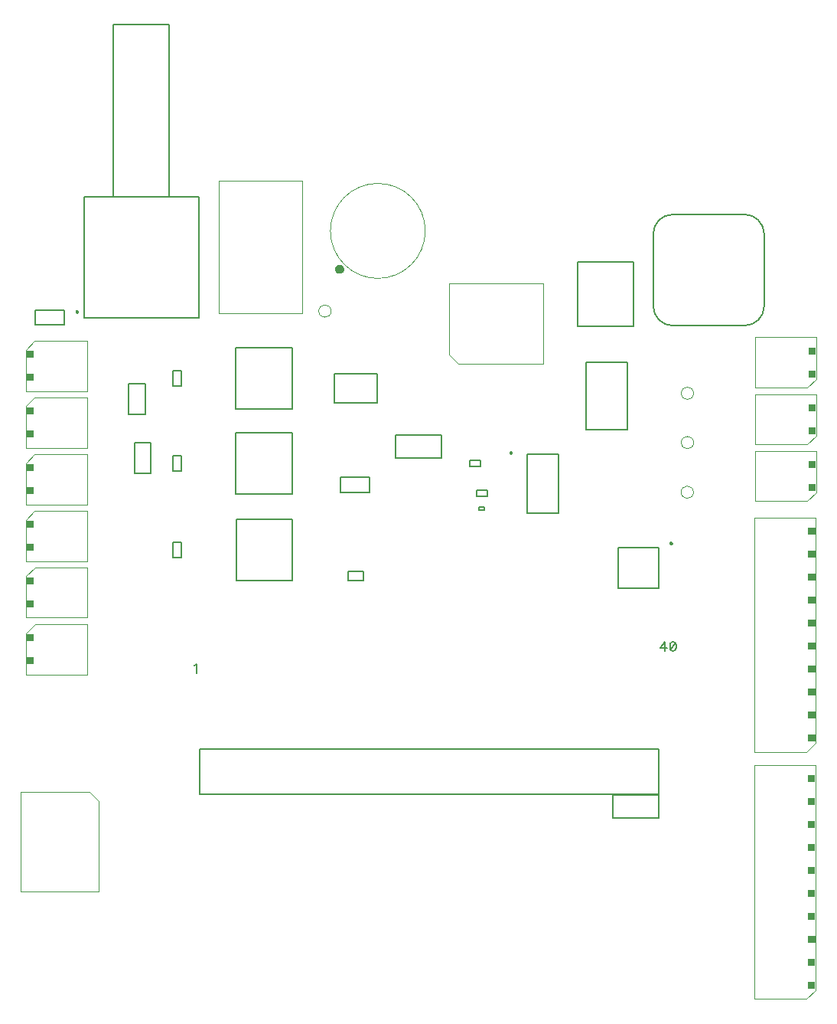
<source format=gbr>
G04 DipTrace 4.3.0.5*
G04 TopAssembly.gbr*
%MOIN*%
G04 #@! TF.FileFunction,Drawing,Top*
G04 #@! TF.Part,Single*
%ADD13C,0.004724*%
%ADD26C,0.005*%
%ADD160C,0.006176*%
%FSLAX26Y26*%
G04*
G70*
G90*
G75*
G01*
G04 TopAssy*
%LPD*%
X1749507Y3838690D2*
D13*
G02X1749507Y3838690I206693J0D01*
G01*
G36*
X1789445Y3652250D2*
X1786876Y3652418D1*
X1784351Y3652921D1*
X1781912Y3653748D1*
X1779603Y3654887D1*
X1777462Y3656318D1*
X1775526Y3658015D1*
X1773828Y3659951D1*
X1772398Y3662092D1*
X1771259Y3664402D1*
X1770431Y3666840D1*
X1769929Y3669365D1*
X1769760Y3671935D1*
X1769929Y3674504D1*
X1770431Y3677030D1*
X1771259Y3679468D1*
X1772398Y3681777D1*
X1773828Y3683918D1*
X1775526Y3685854D1*
X1777462Y3687552D1*
X1779603Y3688983D1*
X1781912Y3690122D1*
X1784351Y3690949D1*
X1786876Y3691452D1*
X1789445Y3691620D1*
D1*
X1792015Y3691452D1*
X1794540Y3690949D1*
X1796979Y3690122D1*
X1799288Y3688983D1*
X1801429Y3687552D1*
X1803365Y3685854D1*
X1805063Y3683918D1*
X1806493Y3681777D1*
X1807632Y3679468D1*
X1808460Y3677030D1*
X1808962Y3674504D1*
X1809130Y3671935D1*
X1808962Y3669365D1*
X1808460Y3666840D1*
X1807632Y3664402D1*
X1806493Y3662092D1*
X1805063Y3659951D1*
X1803365Y3658015D1*
X1801429Y3656318D1*
X1799288Y3654887D1*
X1796979Y3653748D1*
X1794540Y3652921D1*
X1792015Y3652418D1*
X1789445Y3652250D1*
D1*
G37*
X3041891Y3267680D2*
D26*
X3041897Y2972404D1*
X2864725Y3267676D2*
X2864732Y2972400D1*
X3041891Y3267680D2*
X2864725Y3267676D1*
X3041897Y2972404D2*
X2864732Y2972400D1*
X2357430Y2840522D2*
X2402312D1*
X2357430Y2814537D2*
X2402312D1*
X2357430Y2840522D2*
Y2814537D1*
X2402312Y2840522D2*
Y2814537D1*
X2396002Y2636319D2*
X2421199D1*
X2396002Y2623721D2*
X2421199D1*
X2396002Y2636319D2*
Y2623721D1*
X2421199Y2636319D2*
Y2623721D1*
X2387529Y2710623D2*
X2432411D1*
X2387529Y2684638D2*
X2432411D1*
X2387529Y2710623D2*
Y2684638D1*
X2432411Y2710623D2*
Y2684638D1*
X2828182Y3704144D2*
X3068339D1*
Y3424616D1*
X2828182D1*
Y3704144D1*
X463279Y3494346D2*
Y3431354D1*
X589263D1*
Y3494346D1*
X463279D1*
X871553Y3039939D2*
X871550Y3173798D1*
X941632Y3039941D2*
X941629Y3173799D1*
X871553Y3039939D2*
X941632Y3039941D1*
X871550Y3173798D2*
X941629Y3173799D1*
X895483Y2783400D2*
X895479Y2917258D1*
X965561Y2783402D2*
X965558Y2917260D1*
X895483Y2783400D2*
X965561Y2783402D1*
X895479Y2917258D2*
X965558Y2917260D1*
X689740Y3360907D2*
D13*
X689765Y3141222D1*
X422048Y3141193D1*
X422028Y3321508D1*
X461394Y3360882D1*
X689740Y3360907D1*
G36*
X455644Y3316733D2*
X424134Y3316730D1*
X424137Y3285344D1*
X455648Y3285347D1*
X455644Y3316733D1*
G37*
G36*
X455655Y3216817D2*
X424145Y3216814D1*
X424148Y3185319D1*
X455659Y3185322D1*
X455655Y3216817D1*
G37*
X689667Y3114632D2*
D13*
Y2894947D1*
X421951D1*
Y3075262D1*
X461321Y3114632D1*
X689667D1*
G36*
X455566Y3070483D2*
X424056D1*
Y3039098D1*
X455566D1*
Y3070483D1*
G37*
G36*
Y2970567D2*
X424056D1*
Y2939073D1*
X455566D1*
Y2970567D1*
G37*
X689677Y2867886D2*
D13*
X689702Y2648201D1*
X421985Y2648172D1*
X421965Y2828487D1*
X461331Y2867861D1*
X689677Y2867886D1*
G36*
X455581Y2823712D2*
X424071Y2823709D1*
X424074Y2792323D1*
X455585Y2792326D1*
X455581Y2823712D1*
G37*
G36*
X455592Y2723796D2*
X424082Y2723793D1*
X424085Y2692298D1*
X455596Y2692301D1*
X455592Y2723796D1*
G37*
X3598914Y3155617D2*
D13*
Y3375302D1*
X3866630D1*
Y3194987D1*
X3827260Y3155617D1*
X3598914D1*
G36*
X3833015Y3199766D2*
X3864525D1*
Y3231151D1*
X3833015D1*
Y3199766D1*
G37*
G36*
Y3299682D2*
X3864525D1*
Y3331176D1*
X3833015D1*
Y3299682D1*
G37*
X3599125Y2908856D2*
D13*
Y3128541D1*
X3866842D1*
Y2948226D1*
X3827472Y2908856D1*
X3599125D1*
G36*
X3833226Y2953004D2*
X3864737D1*
Y2984390D1*
X3833226D1*
Y2953004D1*
G37*
G36*
Y3052920D2*
X3864737D1*
Y3084415D1*
X3833226D1*
Y3052920D1*
G37*
X3598724Y2662087D2*
D13*
Y2881772D1*
X3866440D1*
Y2701457D1*
X3827070Y2662087D1*
X3598724D1*
G36*
X3832825Y2706235D2*
X3864335D1*
Y2737621D1*
X3832825D1*
Y2706235D1*
G37*
G36*
Y2806151D2*
X3864335D1*
Y2837646D1*
X3832825D1*
Y2806151D1*
G37*
X689356Y2621041D2*
D13*
Y2401356D1*
X421640D1*
Y2581671D1*
X461010Y2621041D1*
X689356D1*
G36*
X455255Y2576893D2*
X423745D1*
Y2545507D1*
X455255D1*
Y2576893D1*
G37*
G36*
Y2476977D2*
X423745D1*
Y2445482D1*
X455255D1*
Y2476977D1*
G37*
X690148Y2374911D2*
D13*
Y2155226D1*
X422431D1*
Y2335541D1*
X461801Y2374911D1*
X690148D1*
G36*
X456046Y2330763D2*
X424536D1*
Y2299377D1*
X456046D1*
Y2330763D1*
G37*
G36*
Y2230847D2*
X424536D1*
Y2199352D1*
X456046D1*
Y2230847D1*
G37*
X689956Y2127511D2*
D13*
Y1907826D1*
X422239D1*
Y2088141D1*
X461609Y2127511D1*
X689956D1*
G36*
X455855Y2083363D2*
X424344D1*
Y2051977D1*
X455855D1*
Y2083363D1*
G37*
G36*
Y1983447D2*
X424344D1*
Y1951952D1*
X455855D1*
Y1983447D1*
G37*
X1625323Y4057596D2*
D13*
X1263119D1*
Y3478856D1*
X1625323D1*
Y4057596D1*
X1178280Y1385504D2*
D26*
Y1583536D1*
X3178280D1*
Y1385504D1*
X1178280D1*
X399094Y1397718D2*
D13*
X700669D1*
X740039Y1358348D1*
Y963860D1*
X399094D1*
Y1397718D1*
X2978262Y1284460D2*
D26*
Y1384460D1*
X3178262D1*
Y1284460D1*
X2978262D1*
X3596344Y1571777D2*
D13*
Y2591462D1*
X3864062D1*
Y1611148D1*
X3824692Y1571777D1*
X3596344D1*
G36*
X3830444Y2515844D2*
X3861955D1*
Y2547304D1*
X3830444D1*
Y2515844D1*
G37*
G36*
Y2415865D2*
X3861955D1*
Y2447427D1*
X3830444D1*
Y2415865D1*
G37*
G36*
Y2315888D2*
X3861955D1*
Y2347347D1*
X3830444D1*
Y2315888D1*
G37*
G36*
Y2215909D2*
X3861955D1*
Y2247267D1*
X3830444D1*
Y2215909D1*
G37*
G36*
Y2115930D2*
X3861955D1*
Y2147390D1*
X3830444D1*
Y2115930D1*
G37*
G36*
Y2015850D2*
X3861955D1*
Y2047310D1*
X3830444D1*
Y2015850D1*
G37*
G36*
Y1915973D2*
X3861955D1*
Y1947434D1*
X3830444D1*
Y1915973D1*
G37*
G36*
X3830838Y1816287D2*
X3862348D1*
Y1847746D1*
X3830838D1*
Y1816287D1*
G37*
G36*
X3830444Y1715813D2*
X3861955D1*
Y1747375D1*
X3830444D1*
Y1715813D1*
G37*
G36*
Y1615936D2*
X3861955D1*
Y1647294D1*
X3830444D1*
Y1615936D1*
G37*
X3595894Y495407D2*
D13*
Y1515092D1*
X3863612D1*
Y534777D1*
X3824242Y495407D1*
X3595894D1*
G36*
X3829994Y1439474D2*
X3861504D1*
Y1470934D1*
X3829994D1*
Y1439474D1*
G37*
G36*
Y1339495D2*
X3861504D1*
Y1371057D1*
X3829994D1*
Y1339495D1*
G37*
G36*
Y1239518D2*
X3861504D1*
Y1270977D1*
X3829994D1*
Y1239518D1*
G37*
G36*
Y1139539D2*
X3861504D1*
Y1170897D1*
X3829994D1*
Y1139539D1*
G37*
G36*
Y1039560D2*
X3861504D1*
Y1071020D1*
X3829994D1*
Y1039560D1*
G37*
G36*
Y939480D2*
X3861504D1*
Y970940D1*
X3829994D1*
Y939480D1*
G37*
G36*
Y839603D2*
X3861504D1*
Y871064D1*
X3829994D1*
Y839603D1*
G37*
G36*
X3830388Y739917D2*
X3861898D1*
Y771376D1*
X3830388D1*
Y739917D1*
G37*
G36*
X3829994Y639443D2*
X3861504D1*
Y671004D1*
X3829994D1*
Y639443D1*
G37*
G36*
Y539566D2*
X3861504D1*
Y570924D1*
X3829994D1*
Y539566D1*
G37*
X2031691Y2850499D2*
D26*
Y2950499D1*
X2231691D1*
Y2850499D1*
X2031691D1*
X3241959Y3910575D2*
X3552982D1*
X3639596Y3823961D2*
Y3512938D1*
X3552982Y3426323D2*
X3241959D1*
X3155344Y3512938D2*
Y3823961D1*
G02X3241959Y3910575I86610J4D01*
G01*
X3552982D2*
G02X3639596Y3823961I4J-86610D01*
G01*
Y3512938D2*
G02X3552982Y3426323I-86610J-4D01*
G01*
X3241959D2*
G02X3155344Y3512938I-4J86610D01*
G01*
X1337829Y3063291D2*
Y3331007D1*
X1582710D1*
Y3063291D1*
X1337829D2*
X1582710D1*
X1337598Y2693271D2*
Y2960987D1*
X1582480D1*
Y2693271D1*
X1337598D2*
X1582480D1*
X1338348Y2317461D2*
Y2585178D1*
X1583230D1*
Y2317461D1*
X1338348D2*
X1583230D1*
X1952633Y3215691D2*
X1952646Y3089707D1*
X1767594Y3215672D2*
X1767607Y3089688D1*
X1952633Y3215691D2*
X1767594Y3215672D1*
X1952646Y3089707D2*
X1767607Y3089688D1*
X1919632Y2701136D2*
X1793648D1*
X1919632Y2768065D2*
X1793648D1*
X1919632Y2701136D2*
Y2768065D1*
X1793648Y2701136D2*
Y2768065D1*
X1894365Y2318022D2*
X1827436D1*
X1894365Y2355817D2*
X1827436D1*
X1894365Y2318022D2*
Y2355817D1*
X1827436Y2318022D2*
Y2355817D1*
X1099884Y3230846D2*
X1099891Y3163917D1*
X1062089Y3230842D2*
X1062096Y3163913D1*
X1099884Y3230846D2*
X1062089Y3230842D1*
X1099891Y3163917D2*
X1062096Y3163913D1*
X1099728Y2860785D2*
Y2793856D1*
X1061932Y2860785D2*
Y2793856D1*
X1099728Y2860785D2*
X1061932D1*
X1099728Y2793856D2*
X1061932D1*
X1099717Y2484606D2*
Y2417676D1*
X1061922Y2484606D2*
Y2417676D1*
X1099717Y2484606D2*
X1061922D1*
X1099717Y2417676D2*
X1061922D1*
X675730Y3460739D2*
X1175730D1*
Y3985739D1*
X1047187D1*
X804273D1*
X675730D1*
Y3460739D1*
X804273Y3985739D2*
Y4736133D1*
X1047187D1*
Y3985739D1*
G36*
X646203Y3477865D2*
X645175Y3477933D1*
X644165Y3478134D1*
X643189Y3478465D1*
X642266Y3478920D1*
X641409Y3479492D1*
X640635Y3480172D1*
X639956Y3480946D1*
X639384Y3481802D1*
X638928Y3482726D1*
X638597Y3483701D1*
X638396Y3484712D1*
X638329Y3485739D1*
X638396Y3486767D1*
X638597Y3487777D1*
X638928Y3488753D1*
X639384Y3489676D1*
X639956Y3490533D1*
X640635Y3491307D1*
X641409Y3491986D1*
X642266Y3492558D1*
X643189Y3493014D1*
X644165Y3493345D1*
X645175Y3493546D1*
X646203Y3493613D1*
D1*
X647230Y3493546D1*
X648241Y3493345D1*
X649216Y3493014D1*
X650140Y3492558D1*
X650996Y3491986D1*
X651770Y3491307D1*
X652449Y3490533D1*
X653022Y3489676D1*
X653477Y3488753D1*
X653808Y3487777D1*
X654009Y3486767D1*
X654077Y3485739D1*
X654009Y3484712D1*
X653808Y3483701D1*
X653477Y3482726D1*
X653022Y3481802D1*
X652450Y3480946D1*
X651770Y3480172D1*
X650996Y3479492D1*
X650140Y3478920D1*
X649216Y3478465D1*
X648241Y3478134D1*
X647230Y3477933D1*
X646203Y3477865D1*
D1*
G37*
G36*
X3226409Y2478220D2*
X3226476Y2479247D1*
X3226677Y2480258D1*
X3227008Y2481233D1*
X3227464Y2482157D1*
X3228036Y2483013D1*
X3228715Y2483787D1*
X3229489Y2484467D1*
X3230346Y2485039D1*
X3231269Y2485494D1*
X3232245Y2485825D1*
X3233255Y2486026D1*
X3234283Y2486094D1*
X3235310Y2486026D1*
X3236321Y2485825D1*
X3237296Y2485494D1*
X3238220Y2485039D1*
X3239076Y2484467D1*
X3239850Y2483787D1*
X3240530Y2483013D1*
X3241102Y2482157D1*
X3241557Y2481233D1*
X3241888Y2480258D1*
X3242089Y2479247D1*
X3242157Y2478220D1*
D1*
X3242089Y2477192D1*
X3241888Y2476182D1*
X3241557Y2475206D1*
X3241102Y2474283D1*
X3240530Y2473426D1*
X3239850Y2472652D1*
X3239076Y2471973D1*
X3238220Y2471401D1*
X3237296Y2470945D1*
X3236321Y2470614D1*
X3235310Y2470413D1*
X3234283Y2470346D1*
X3233255Y2470413D1*
X3232245Y2470614D1*
X3231269Y2470945D1*
X3230346Y2471401D1*
X3229489Y2471973D1*
X3228715Y2472652D1*
X3228036Y2473426D1*
X3227464Y2474283D1*
X3227008Y2475206D1*
X3226677Y2476182D1*
X3226476Y2477192D1*
X3226409Y2478220D1*
D1*
G37*
X3181133Y2460503D2*
D26*
X3003968D1*
X3181133D2*
Y2283338D1*
X3003968D2*
X3181133D1*
X3003968D2*
Y2460503D1*
X1698729Y3489480D2*
D13*
G02X1698729Y3489480I26772J0D01*
G01*
X3278049Y3131760D2*
G02X3278049Y3131760I26772J0D01*
G01*
X3277659Y2701369D2*
G02X3277659Y2701369I26772J0D01*
G01*
X3278279Y2917220D2*
G02X3278279Y2917220I26772J0D01*
G01*
X2267329Y3609648D2*
X2677565Y3609707D1*
X2677616Y3259707D1*
X2306749Y3259654D1*
X2267374Y3299018D1*
X2267329Y3609648D1*
X2605302Y2866053D2*
D26*
Y2610148D1*
X2743098D1*
Y2866053D1*
X2605302D1*
G36*
X2528531Y2871959D2*
X2528598Y2872986D1*
X2528799Y2873996D1*
X2529130Y2874972D1*
X2529586Y2875896D1*
X2530158Y2876752D1*
X2530837Y2877526D1*
X2531611Y2878205D1*
X2532468Y2878778D1*
X2533391Y2879233D1*
X2534367Y2879564D1*
X2535377Y2879765D1*
X2536405Y2879833D1*
X2537432Y2879765D1*
X2538443Y2879564D1*
X2539418Y2879233D1*
X2540342Y2878778D1*
X2541198Y2878205D1*
X2541972Y2877526D1*
X2542652Y2876752D1*
X2543224Y2875896D1*
X2543679Y2874972D1*
X2544010Y2873996D1*
X2544211Y2872986D1*
X2544279Y2871959D1*
D1*
X2544211Y2870931D1*
X2544010Y2869921D1*
X2543679Y2868945D1*
X2543224Y2868022D1*
X2542652Y2867165D1*
X2541972Y2866391D1*
X2541198Y2865712D1*
X2540342Y2865139D1*
X2539418Y2864684D1*
X2538443Y2864353D1*
X2537432Y2864152D1*
X2536405Y2864085D1*
X2535377Y2864152D1*
X2534367Y2864353D1*
X2533391Y2864684D1*
X2532468Y2865139D1*
X2531611Y2865712D1*
X2530837Y2866391D1*
X2530158Y2867165D1*
X2529586Y2868022D1*
X2529130Y2868945D1*
X2528799Y2869921D1*
X2528598Y2870931D1*
X2528531Y2871959D1*
D1*
G37*
X1156629Y1946725D2*
D160*
X1160476Y1948671D1*
X1166224Y1954375D1*
Y1914227D1*
X3207074Y2010290D2*
Y2050438D1*
X3187928Y2023687D1*
X3216624D1*
X3240472Y2050438D2*
X3234724Y2048536D1*
X3230877Y2042788D1*
X3228976Y2033238D1*
Y2027490D1*
X3230877Y2017939D1*
X3234724Y2012191D1*
X3240472Y2010290D1*
X3244274D1*
X3250022Y2012191D1*
X3253825Y2017939D1*
X3255770Y2027490D1*
Y2033238D1*
X3253825Y2042788D1*
X3250022Y2048536D1*
X3244274Y2050438D1*
X3240472D1*
X3253825Y2042788D2*
X3230877Y2017939D1*
M02*

</source>
